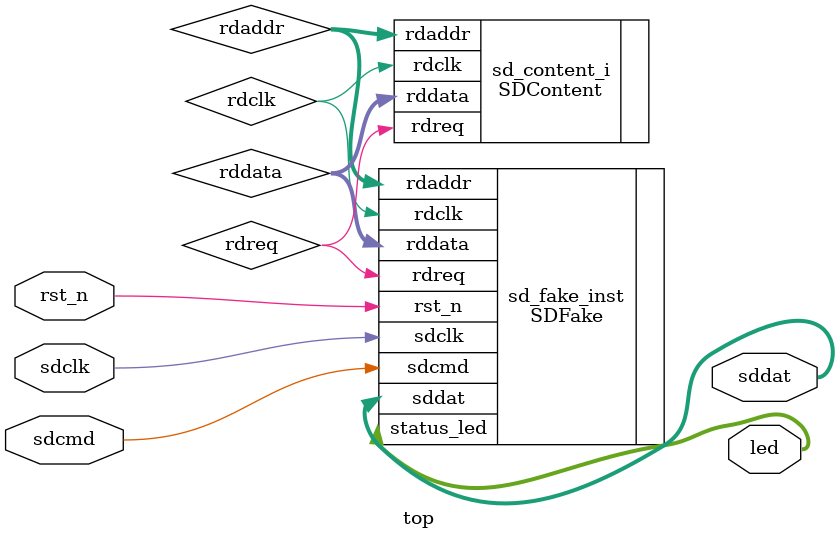
<source format=sv>

module top (
    // active-low, to reset the fake SD-card
    // On DE0-Nano, it is KEY0
    input  logic        rst_n,
    
    // these are Fake SD-card signals, connect them to a SD-host, such as a SDcard Reader
    // On DE0-Nano, it is GPIO0
    input               sdclk,
    inout               sdcmd,
    output logic [3:0]  sddat,

    // display SD card status on LED
    output logic [7:0]  led
);

logic        rdclk;
logic        rdreq;
logic [39:0] rdaddr;
logic [15:0] rddata;

// ---------------------------------------------------------------------------------------------
//    Fake SDcard Controller
// ---------------------------------------------------------------------------------------------
SDFake sd_fake_inst(
    .rst_n       ( rst_n      ),
    
    .sdclk       ( sdclk      ),
    .sdcmd       ( sdcmd      ),
    .sddat       ( sddat      ),
    
    .rdclk       ( rdclk      ),
    .rdreq       ( rdreq      ),
    .rdaddr      ( rdaddr     ),
    .rddata      ( rddata     ),

    .status_led  ( led        )  // show Fake SDcard status on LED
);


// ---------------------------------------------------------------------------------------------
//     A rom implemented by FPGA BRAM which provide a simple FAT32 SDcard content
// ---------------------------------------------------------------------------------------------
SDContent sd_content_i(
    .rdclk       ( rdclk      ),
    .rdreq       ( rdreq      ),
    .rdaddr      ( rdaddr     ),
    .rddata      ( rddata     )
);

endmodule

</source>
